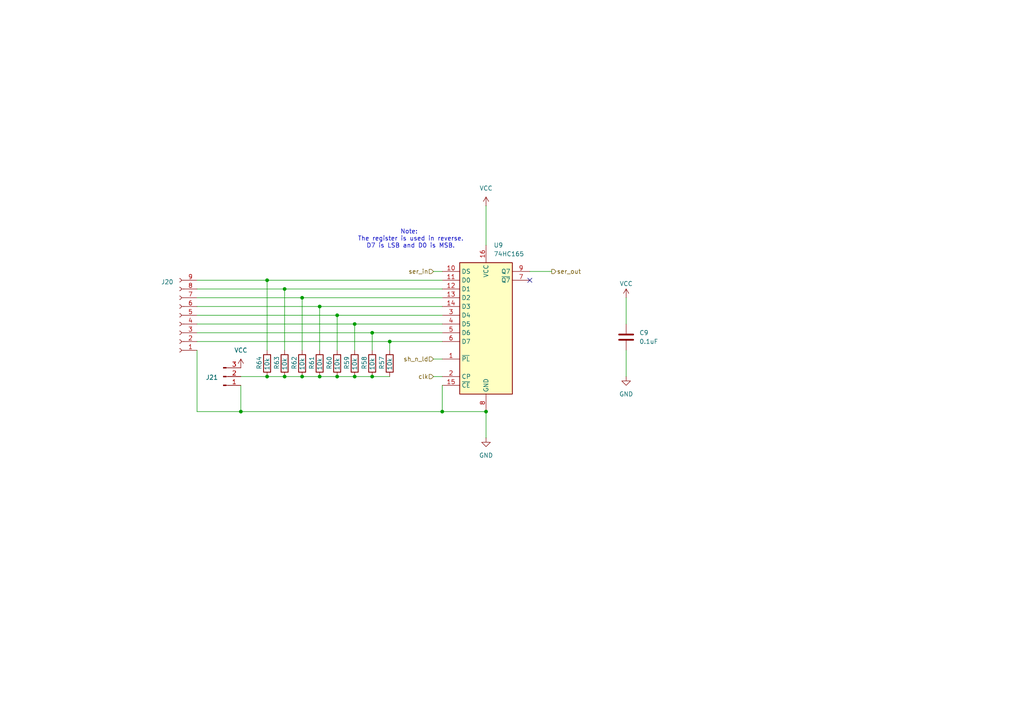
<source format=kicad_sch>
(kicad_sch (version 20231120) (generator "eeschema") (generator_version "8.0")
  (paper "A4")
  (lib_symbols
    (symbol "74xx:74HC165"
      (property "Reference" "U" (at -7.62 19.05 0))
      (property "Value" "74HC165" (at -7.62 -21.59 0))
      (symbol "74HC165_1_0"
        (pin input line (at -12.7 -10.16 0) (length 5.08) (name "~{PL}") (number "1"))
        (pin input line (at -12.7 15.24 0) (length 5.08) (name "DS") (number "10"))
        (pin input line (at -12.7 12.7 0) (length 5.08) (name "D0") (number "11"))
        (pin input line (at -12.7 10.16 0) (length 5.08) (name "D1") (number "12"))
        (pin input line (at -12.7 7.62 0) (length 5.08) (name "D2") (number "13"))
        (pin input line (at -12.7 5.08 0) (length 5.08) (name "D3") (number "14"))
        (pin input line (at -12.7 -17.78 0) (length 5.08) (name "~{CE}") (number "15"))
        (pin power_in line (at 0 22.86 270) (length 5.08) (name "VCC") (number "16"))
        (pin input line (at -12.7 -15.24 0) (length 5.08) (name "CP") (number "2"))
        (pin input line (at -12.7 2.54 0) (length 5.08) (name "D4") (number "3"))
        (pin input line (at -12.7 0 0) (length 5.08) (name "D5") (number "4"))
        (pin input line (at -12.7 -2.54 0) (length 5.08) (name "D6") (number "5"))
        (pin input line (at -12.7 -5.08 0) (length 5.08) (name "D7") (number "6"))
        (pin output line (at 12.7 12.7 180) (length 5.08) (name "~{Q7}") (number "7"))
        (pin power_in line (at 0 -25.4 90) (length 5.08) (name "GND") (number "8"))
        (pin output line (at 12.7 15.24 180) (length 5.08) (name "Q7") (number "9"))
      )
      (symbol "74HC165_1_1"
        (rectangle (start -7.62 17.78) (end 7.62 -20.32) (stroke (width 0.254)) (fill (type background)))
      )
    )
    (symbol "Connector:Conn_01x03_Pin" (pin_names (offset 1.016) hide)
      (property "Reference" "J" (at 0 5.08 0))
      (property "Value" "Conn_01x03_Pin" (at 0 -5.08 0))
      (symbol "Conn_01x03_Pin_1_1"
        (polyline (pts (xy 1.27 -2.54) (xy 0.8636 -2.54)) (stroke (width 0.1524)))
        (polyline (pts (xy 1.27 0) (xy 0.8636 0)) (stroke (width 0.1524)))
        (polyline (pts (xy 1.27 2.54) (xy 0.8636 2.54)) (stroke (width 0.1524)))
        (rectangle (start 0.8636 -2.413) (end 0 -2.667) (stroke (width 0.1524)) (fill (type outline)))
        (rectangle (start 0.8636 0.127) (end 0 -0.127) (stroke (width 0.1524)) (fill (type outline)))
        (rectangle (start 0.8636 2.667) (end 0 2.413) (stroke (width 0.1524)) (fill (type outline)))
        (pin passive line (at 5.08 2.54 180) (length 3.81) (name "Pin_1") (number "1"))
        (pin passive line (at 5.08 0 180) (length 3.81) (name "Pin_2") (number "2"))
        (pin passive line (at 5.08 -2.54 180) (length 3.81) (name "Pin_3") (number "3"))
      )
    )
    (symbol "Connector:Conn_01x09_Socket" (pin_names (offset 1.016) hide)
      (property "Reference" "J" (at 0 12.7 0))
      (property "Value" "Conn_01x09_Socket" (at 0 -12.7 0))
      (symbol "Conn_01x09_Socket_1_1"
        (arc (start 0 -9.652) (mid -0.5058 -10.16) (end 0 -10.668) (stroke (width 0.1524)))
        (arc (start 0 -7.112) (mid -0.5058 -7.62) (end 0 -8.128) (stroke (width 0.1524)))
        (arc (start 0 -4.572) (mid -0.5058 -5.08) (end 0 -5.588) (stroke (width 0.1524)))
        (arc (start 0 -2.032) (mid -0.5058 -2.54) (end 0 -3.048) (stroke (width 0.1524)))
        (polyline (pts (xy -1.27 -10.16) (xy -0.508 -10.16)) (stroke (width 0.1524)))
        (polyline (pts (xy -1.27 -7.62) (xy -0.508 -7.62)) (stroke (width 0.1524)))
        (polyline (pts (xy -1.27 -5.08) (xy -0.508 -5.08)) (stroke (width 0.1524)))
        (polyline (pts (xy -1.27 -2.54) (xy -0.508 -2.54)) (stroke (width 0.1524)))
        (polyline (pts (xy -1.27 0) (xy -0.508 0)) (stroke (width 0.1524)))
        (polyline (pts (xy -1.27 2.54) (xy -0.508 2.54)) (stroke (width 0.1524)))
        (polyline (pts (xy -1.27 5.08) (xy -0.508 5.08)) (stroke (width 0.1524)))
        (polyline (pts (xy -1.27 7.62) (xy -0.508 7.62)) (stroke (width 0.1524)))
        (polyline (pts (xy -1.27 10.16) (xy -0.508 10.16)) (stroke (width 0.1524)))
        (arc (start 0 0.508) (mid -0.5058 0) (end 0 -0.508) (stroke (width 0.1524)))
        (arc (start 0 3.048) (mid -0.5058 2.54) (end 0 2.032) (stroke (width 0.1524)))
        (arc (start 0 5.588) (mid -0.5058 5.08) (end 0 4.572) (stroke (width 0.1524)))
        (arc (start 0 8.128) (mid -0.5058 7.62) (end 0 7.112) (stroke (width 0.1524)))
        (arc (start 0 10.668) (mid -0.5058 10.16) (end 0 9.652) (stroke (width 0.1524)))
        (pin passive line (at -5.08 10.16 0) (length 3.81) (name "Pin_1") (number "1"))
        (pin passive line (at -5.08 7.62 0) (length 3.81) (name "Pin_2") (number "2"))
        (pin passive line (at -5.08 5.08 0) (length 3.81) (name "Pin_3") (number "3"))
        (pin passive line (at -5.08 2.54 0) (length 3.81) (name "Pin_4") (number "4"))
        (pin passive line (at -5.08 0 0) (length 3.81) (name "Pin_5") (number "5"))
        (pin passive line (at -5.08 -2.54 0) (length 3.81) (name "Pin_6") (number "6"))
        (pin passive line (at -5.08 -5.08 0) (length 3.81) (name "Pin_7") (number "7"))
        (pin passive line (at -5.08 -7.62 0) (length 3.81) (name "Pin_8") (number "8"))
        (pin passive line (at -5.08 -10.16 0) (length 3.81) (name "Pin_9") (number "9"))
      )
    )
    (symbol "Device:C" (pin_numbers hide) (pin_names (offset 0.254))
      (property "Reference" "C" (at 0.635 2.54 0))
      (property "Value" "C" (at 0.635 -2.54 0))
      (symbol "C_0_1"
        (polyline (pts (xy -2.032 -0.762) (xy 2.032 -0.762)) (stroke (width 0.508)))
        (polyline (pts (xy -2.032 0.762) (xy 2.032 0.762)) (stroke (width 0.508)))
      )
      (symbol "C_1_1"
        (pin passive line (at 0 3.81 270) (length 2.794) (name "~") (number "1"))
        (pin passive line (at 0 -3.81 90) (length 2.794) (name "~") (number "2"))
      )
    )
    (symbol "Device:R" (pin_numbers hide) (pin_names (offset 0))
      (property "Reference" "R" (at 2.032 0 90))
      (property "Value" "R" (at 0 0 90))
      (symbol "R_0_1"
        (rectangle (start -1.016 -2.54) (end 1.016 2.54) (stroke (width 0.254)))
      )
      (symbol "R_1_1"
        (pin passive line (at 0 3.81 270) (length 1.27) (name "~") (number "1"))
        (pin passive line (at 0 -3.81 90) (length 1.27) (name "~") (number "2"))
      )
    )
    (symbol "power:GND" (power) (pin_numbers hide) (pin_names (offset 0) hide)
      (property "Value" "GND" (at 0 -3.81 0))
      (symbol "GND_0_1"
        (polyline (pts (xy 0 0) (xy 0 -1.27) (xy 1.27 -1.27) (xy 0 -2.54) (xy -1.27 -1.27) (xy 0 -1.27)))
      )
      (symbol "GND_1_1"
        (pin power_in line (at 0 0 270) (length 0) (name "~") (number "1"))
      )
    )
    (symbol "power:VCC" (power) (pin_numbers hide) (pin_names (offset 0) hide)
      (property "Value" "VCC" (at 0 3.556 0))
      (symbol "VCC_0_1"
        (polyline (pts (xy -0.762 1.27) (xy 0 2.54)))
        (polyline (pts (xy 0 0) (xy 0 2.54)))
        (polyline (pts (xy 0 2.54) (xy 0.762 1.27)))
      )
      (symbol "VCC_1_1"
        (pin power_in line (at 0 0 90) (length 0) (name "~") (number "1"))
      )
    )
  )
  (junction (at 97.79 91.44))
  (junction (at 128.27 119.38))
  (junction (at 77.47 109.22))
  (junction (at 92.71 88.9))
  (junction (at 92.71 109.22))
  (junction (at 82.55 83.82))
  (junction (at 87.63 109.22))
  (junction (at 140.97 119.38))
  (junction (at 113.03 99.06))
  (junction (at 69.85 119.38))
  (junction (at 102.87 93.98))
  (junction (at 102.87 109.22))
  (junction (at 77.47 81.28))
  (junction (at 97.79 109.22))
  (junction (at 82.55 109.22))
  (junction (at 87.63 86.36))
  (junction (at 107.95 96.52))
  (junction (at 107.95 109.22))
  (no_connect (at 153.67 81.28))
  (wire (pts (xy 57.15 83.82) (xy 82.55 83.82)))
  (wire (pts (xy 77.47 81.28) (xy 77.47 101.6)))
  (wire (pts (xy 97.79 91.44) (xy 128.27 91.44)))
  (wire (pts (xy 107.95 96.52) (xy 107.95 101.6)))
  (wire (pts (xy 102.87 93.98) (xy 128.27 93.98)))
  (wire (pts (xy 128.27 111.76) (xy 128.27 119.38)))
  (wire (pts (xy 97.79 91.44) (xy 97.79 101.6)))
  (wire (pts (xy 57.15 93.98) (xy 102.87 93.98)))
  (wire (pts (xy 77.47 109.22) (xy 82.55 109.22)))
  (wire (pts (xy 57.15 86.36) (xy 87.63 86.36)))
  (wire (pts (xy 102.87 109.22) (xy 107.95 109.22)))
  (wire (pts (xy 82.55 109.22) (xy 87.63 109.22)))
  (wire (pts (xy 57.15 101.6) (xy 57.15 119.38)))
  (wire (pts (xy 69.85 109.22) (xy 77.47 109.22)))
  (wire (pts (xy 128.27 119.38) (xy 140.97 119.38)))
  (wire (pts (xy 57.15 99.06) (xy 113.03 99.06)))
  (wire (pts (xy 113.03 99.06) (xy 128.27 99.06)))
  (wire (pts (xy 69.85 111.76) (xy 69.85 119.38)))
  (wire (pts (xy 102.87 93.98) (xy 102.87 101.6)))
  (wire (pts (xy 125.73 78.74) (xy 128.27 78.74)))
  (wire (pts (xy 181.61 109.22) (xy 181.61 101.6)))
  (wire (pts (xy 140.97 59.69) (xy 140.97 71.12)))
  (wire (pts (xy 92.71 88.9) (xy 128.27 88.9)))
  (wire (pts (xy 69.85 119.38) (xy 128.27 119.38)))
  (wire (pts (xy 107.95 109.22) (xy 113.03 109.22)))
  (wire (pts (xy 57.15 119.38) (xy 69.85 119.38)))
  (wire (pts (xy 87.63 86.36) (xy 87.63 101.6)))
  (wire (pts (xy 57.15 88.9) (xy 92.71 88.9)))
  (wire (pts (xy 125.73 109.22) (xy 128.27 109.22)))
  (wire (pts (xy 77.47 81.28) (xy 128.27 81.28)))
  (wire (pts (xy 87.63 109.22) (xy 92.71 109.22)))
  (wire (pts (xy 92.71 109.22) (xy 97.79 109.22)))
  (wire (pts (xy 140.97 127) (xy 140.97 119.38)))
  (wire (pts (xy 97.79 109.22) (xy 102.87 109.22)))
  (wire (pts (xy 92.71 88.9) (xy 92.71 101.6)))
  (wire (pts (xy 181.61 86.36) (xy 181.61 93.98)))
  (wire (pts (xy 125.73 104.14) (xy 128.27 104.14)))
  (wire (pts (xy 82.55 83.82) (xy 82.55 101.6)))
  (wire (pts (xy 113.03 99.06) (xy 113.03 101.6)))
  (wire (pts (xy 57.15 81.28) (xy 77.47 81.28)))
  (wire (pts (xy 57.15 91.44) (xy 97.79 91.44)))
  (wire (pts (xy 57.15 96.52) (xy 107.95 96.52)))
  (wire (pts (xy 107.95 96.52) (xy 128.27 96.52)))
  (wire (pts (xy 160.02 78.74) (xy 153.67 78.74)))
  (wire (pts (xy 82.55 83.82) (xy 128.27 83.82)))
  (wire (pts (xy 87.63 86.36) (xy 128.27 86.36)))
  (text "Note: \nThe register is used in reverse.\nD7 is LSB and D0 is MSB.\n" (at 119.126 69.342 0) (effects (font (size 1.27 1.27))))
  (hierarchical_label "ser_in" (shape input) (at 125.73 78.74 180))
  (hierarchical_label "sh_n_ld" (shape input) (at 125.73 104.14 180))
  (hierarchical_label "clk" (shape input) (at 125.73 109.22 180))
  (hierarchical_label "ser_out" (shape output) (at 160.02 78.74 0))
  (symbol (lib_id "power:VCC") (at 140.97 59.69 0) (unit 1)
    (property "Reference" "#PWR0112" (effects (hide yes)))
    (property "Value" "VCC" (at 140.97 54.61 0))
    (property "Description" "Power symbol creates a global label with name \"VCC\"" (effects (hide yes)))
    (instances (project "gpio_extend" (path "" (reference "#PWR0112") (unit 1)) (path "" (reference "#PWR018") (unit 1)) (path "" (reference "#PWR025") (unit 1)) (path "" (reference "#PWR0107") (unit 1))))
  )
  (symbol (lib_id "power:GND") (at 181.61 109.22 0) (unit 1)
    (property "Reference" "#PWR0110" (effects (hide yes)))
    (property "Value" "GND" (at 181.61 114.3 0))
    (property "Description" "Power symbol creates a global label with name \"GND\" , ground" (effects (hide yes)))
    (instances (project "gpio_extend" (path "" (reference "#PWR0110") (unit 1)) (path "" (reference "#PWR021") (unit 1)) (path "" (reference "#PWR028") (unit 1)) (path "" (reference "#PWR0105") (unit 1))))
  )
  (symbol (lib_id "Device:C") (at 181.61 97.79 0) (unit 1)
    (property "Reference" "C9" (at 185.42 96.5199 0) (effects (justify left)))
    (property "Value" "0.1uF" (at 185.42 99.0599 0) (effects (justify left)))
    (property "Footprint" "Capacitor_SMD:C_0603_1608Metric_Pad1.08x0.95mm_HandSolder" (effects (hide yes)))
    (property "Description" "Unpolarized capacitor" (effects (hide yes)))
    (instances (project "gpio_extend" (path "" (reference "C9") (unit 1)) (path "" (reference "C6") (unit 1)) (path "" (reference "C8") (unit 1)) (path "" (reference "C7") (unit 1))))
  )
  (symbol (lib_id "Device:R") (at 113.03 105.41 0) (unit 1)
    (property "Reference" "R57" (at 110.744 107.188 90) (effects (justify left)))
    (property "Value" "10k" (at 113.03 107.442 90) (effects (justify left)))
    (property "Footprint" "Resistor_SMD:R_0603_1608Metric_Pad0.98x0.95mm_HandSolder" (effects (hide yes)))
    (property "Description" "Resistor" (effects (hide yes)))
    (instances (project "gpio_extend" (path "" (reference "R57") (unit 1)) (path "" (reference "R33") (unit 1)) (path "" (reference "R49") (unit 1)) (path "" (reference "R41") (unit 1))))
  )
  (symbol (lib_id "Device:R") (at 107.95 105.41 0) (unit 1)
    (property "Reference" "R58" (at 105.664 107.188 90) (effects (justify left)))
    (property "Value" "10k" (at 107.95 107.442 90) (effects (justify left)))
    (property "Footprint" "Resistor_SMD:R_0603_1608Metric_Pad0.98x0.95mm_HandSolder" (effects (hide yes)))
    (property "Description" "Resistor" (effects (hide yes)))
    (instances (project "gpio_extend" (path "" (reference "R58") (unit 1)) (path "" (reference "R34") (unit 1)) (path "" (reference "R50") (unit 1)) (path "" (reference "R42") (unit 1))))
  )
  (symbol (lib_id "Device:R") (at 92.71 105.41 0) (unit 1)
    (property "Reference" "R61" (at 90.424 107.188 90) (effects (justify left)))
    (property "Value" "10k" (at 92.71 107.442 90) (effects (justify left)))
    (property "Footprint" "Resistor_SMD:R_0603_1608Metric_Pad0.98x0.95mm_HandSolder" (effects (hide yes)))
    (property "Description" "Resistor" (effects (hide yes)))
    (instances (project "gpio_extend" (path "" (reference "R61") (unit 1)) (path "" (reference "R37") (unit 1)) (path "" (reference "R53") (unit 1)) (path "" (reference "R45") (unit 1))))
  )
  (symbol (lib_id "Connector:Conn_01x03_Pin") (at 64.77 109.22 0) (mirror x) (unit 1)
    (property "Reference" "J21" (at 61.468 109.474 0))
    (property "Value" "Conn_01x03_Pin" (effects (hide yes)))
    (property "Footprint" "Connector_PinHeader_2.54mm:PinHeader_1x03_P2.54mm_Vertical" (effects (hide yes)))
    (property "Description" "Generic connector, single row, 01x03, script generated" (effects (hide yes)))
    (instances (project "gpio_extend" (path "" (reference "J21") (unit 1)) (path "" (reference "J15") (unit 1)) (path "" (reference "J19") (unit 1)) (path "" (reference "J17") (unit 1))))
  )
  (symbol (lib_id "Connector:Conn_01x09_Socket") (at 52.07 91.44 180) (unit 1)
    (property "Reference" "J20" (at 48.514 81.788 0))
    (property "Value" "Conn_01x09_Socket" (effects (hide yes)))
    (property "Footprint" "Connector_PinSocket_2.54mm:PinSocket_1x09_P2.54mm_Vertical" (effects (hide yes)))
    (property "Description" "Generic connector, single row, 01x09, script generated" (effects (hide yes)))
    (instances (project "gpio_extend" (path "" (reference "J20") (unit 1)) (path "" (reference "J14") (unit 1)) (path "" (reference "J18") (unit 1)) (path "" (reference "J16") (unit 1))))
  )
  (symbol (lib_id "Device:R") (at 82.55 105.41 0) (unit 1)
    (property "Reference" "R63" (at 80.264 107.188 90) (effects (justify left)))
    (property "Value" "10k" (at 82.55 107.442 90) (effects (justify left)))
    (property "Footprint" "Resistor_SMD:R_0603_1608Metric_Pad0.98x0.95mm_HandSolder" (effects (hide yes)))
    (property "Description" "Resistor" (effects (hide yes)))
    (instances (project "gpio_extend" (path "" (reference "R63") (unit 1)) (path "" (reference "R39") (unit 1)) (path "" (reference "R55") (unit 1)) (path "" (reference "R47") (unit 1))))
  )
  (symbol (lib_id "power:GND") (at 140.97 127 0) (unit 1)
    (property "Reference" "#PWR0109" (effects (hide yes)))
    (property "Value" "GND" (at 140.97 132.08 0))
    (property "Description" "Power symbol creates a global label with name \"GND\" , ground" (effects (hide yes)))
    (instances (project "gpio_extend" (path "" (reference "#PWR0109") (unit 1)) (path "" (reference "#PWR019") (unit 1)) (path "" (reference "#PWR026") (unit 1)) (path "" (reference "#PWR0104") (unit 1))))
  )
  (symbol (lib_id "power:VCC") (at 181.61 86.36 0) (unit 1)
    (property "Reference" "#PWR0111" (effects (hide yes)))
    (property "Value" "VCC" (at 181.61 82.296 0))
    (property "Description" "Power symbol creates a global label with name \"VCC\"" (effects (hide yes)))
    (instances (project "gpio_extend" (path "" (reference "#PWR0111") (unit 1)) (path "" (reference "#PWR020") (unit 1)) (path "" (reference "#PWR027") (unit 1)) (path "" (reference "#PWR0106") (unit 1))))
  )
  (symbol (lib_id "Device:R") (at 87.63 105.41 0) (unit 1)
    (property "Reference" "R62" (at 85.344 107.188 90) (effects (justify left)))
    (property "Value" "10k" (at 87.63 107.442 90) (effects (justify left)))
    (property "Footprint" "Resistor_SMD:R_0603_1608Metric_Pad0.98x0.95mm_HandSolder" (effects (hide yes)))
    (property "Description" "Resistor" (effects (hide yes)))
    (instances (project "gpio_extend" (path "" (reference "R62") (unit 1)) (path "" (reference "R38") (unit 1)) (path "" (reference "R54") (unit 1)) (path "" (reference "R46") (unit 1))))
  )
  (symbol (lib_id "Device:R") (at 102.87 105.41 0) (unit 1)
    (property "Reference" "R59" (at 100.584 107.188 90) (effects (justify left)))
    (property "Value" "10k" (at 102.87 107.442 90) (effects (justify left)))
    (property "Footprint" "Resistor_SMD:R_0603_1608Metric_Pad0.98x0.95mm_HandSolder" (effects (hide yes)))
    (property "Description" "Resistor" (effects (hide yes)))
    (instances (project "gpio_extend" (path "" (reference "R59") (unit 1)) (path "" (reference "R35") (unit 1)) (path "" (reference "R51") (unit 1)) (path "" (reference "R43") (unit 1))))
  )
  (symbol (lib_id "74xx:74HC165") (at 140.97 93.98 0) (unit 1)
    (property "Reference" "U9" (at 143.1641 71.12 0) (effects (justify left)))
    (property "Value" "74HC165" (at 143.1641 73.66 0) (effects (justify left)))
    (property "Footprint" "Package_SO:TSSOP-16_4.4x5mm_P0.65mm" (effects (hide yes)))
    (property "Datasheet" "https://assets.nexperia.com/documents/data-sheet/74HC_HCT165.pdf" (effects (hide yes)))
    (property "Description" "Shift Register, 8-bit, Parallel Load" (effects (hide yes)))
    (instances (project "gpio_extend" (path "" (reference "U9") (unit 1)) (path "" (reference "U6") (unit 1)) (path "" (reference "U8") (unit 1)) (path "" (reference "U7") (unit 1))))
  )
  (symbol (lib_id "Device:R") (at 77.47 105.41 0) (unit 1)
    (property "Reference" "R64" (at 75.184 107.188 90) (effects (justify left)))
    (property "Value" "10k" (at 77.47 107.442 90) (effects (justify left)))
    (property "Footprint" "Resistor_SMD:R_0603_1608Metric_Pad0.98x0.95mm_HandSolder" (effects (hide yes)))
    (property "Description" "Resistor" (effects (hide yes)))
    (instances (project "gpio_extend" (path "" (reference "R64") (unit 1)) (path "" (reference "R40") (unit 1)) (path "" (reference "R56") (unit 1)) (path "" (reference "R48") (unit 1))))
  )
  (symbol (lib_id "power:VCC") (at 69.85 106.68 0) (unit 1)
    (property "Reference" "#PWR0108" (effects (hide yes)))
    (property "Value" "VCC" (at 69.85 101.6 0))
    (property "Description" "Power symbol creates a global label with name \"VCC\"" (effects (hide yes)))
    (instances (project "gpio_extend" (path "" (reference "#PWR0108") (unit 1)) (path "" (reference "#PWR017") (unit 1)) (path "" (reference "#PWR024") (unit 1)) (path "" (reference "#PWR0103") (unit 1))))
  )
  (symbol (lib_id "Device:R") (at 97.79 105.41 0) (unit 1)
    (property "Reference" "R60" (at 95.504 107.188 90) (effects (justify left)))
    (property "Value" "10k" (at 97.79 107.442 90) (effects (justify left)))
    (property "Footprint" "Resistor_SMD:R_0603_1608Metric_Pad0.98x0.95mm_HandSolder" (effects (hide yes)))
    (property "Description" "Resistor" (effects (hide yes)))
    (instances (project "gpio_extend" (path "" (reference "R60") (unit 1)) (path "" (reference "R36") (unit 1)) (path "" (reference "R52") (unit 1)) (path "" (reference "R44") (unit 1))))
  )
)
</source>
